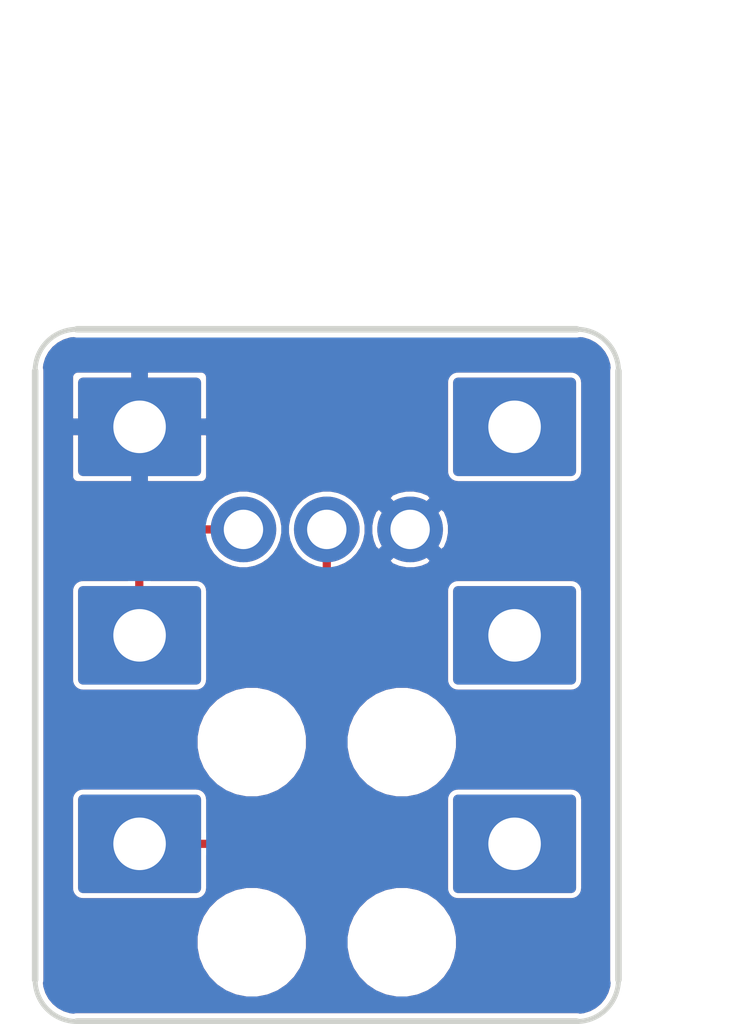
<source format=kicad_pcb>
(kicad_pcb (version 20171130) (host pcbnew "(5.0.2)-1")

  (general
    (thickness 1.6)
    (drawings 15)
    (tracks 6)
    (zones 0)
    (modules 6)
    (nets 4)
  )

  (page A4)
  (layers
    (0 F.Cu signal)
    (31 B.Cu signal)
    (32 B.Adhes user)
    (33 F.Adhes user)
    (34 B.Paste user)
    (35 F.Paste user)
    (36 B.SilkS user)
    (37 F.SilkS user)
    (38 B.Mask user)
    (39 F.Mask user)
    (40 Dwgs.User user)
    (41 Cmts.User user)
    (42 Eco1.User user)
    (43 Eco2.User user)
    (44 Edge.Cuts user)
    (45 Margin user)
    (46 B.CrtYd user)
    (47 F.CrtYd user)
    (48 B.Fab user)
    (49 F.Fab user)
  )

  (setup
    (last_trace_width 0.25)
    (trace_clearance 0.1524)
    (zone_clearance 0.1524)
    (zone_45_only no)
    (trace_min 0.2)
    (segment_width 0.2)
    (edge_width 0.15)
    (via_size 0.8)
    (via_drill 0.4)
    (via_min_size 0.4)
    (via_min_drill 0.3)
    (uvia_size 0.3)
    (uvia_drill 0.1)
    (uvias_allowed no)
    (uvia_min_size 0.2)
    (uvia_min_drill 0.1)
    (pcb_text_width 0.3)
    (pcb_text_size 1.5 1.5)
    (mod_edge_width 0.15)
    (mod_text_size 1 1)
    (mod_text_width 0.15)
    (pad_size 2 2)
    (pad_drill 1.2)
    (pad_to_mask_clearance 0.051)
    (solder_mask_min_width 0.25)
    (aux_axis_origin 0 0)
    (visible_elements 7FFFFFFF)
    (pcbplotparams
      (layerselection 0x010fc_ffffffff)
      (usegerberextensions false)
      (usegerberattributes false)
      (usegerberadvancedattributes false)
      (creategerberjobfile false)
      (excludeedgelayer true)
      (linewidth 0.050000)
      (plotframeref false)
      (viasonmask false)
      (mode 1)
      (useauxorigin false)
      (hpglpennumber 1)
      (hpglpenspeed 20)
      (hpglpendiameter 15.000000)
      (psnegative false)
      (psa4output false)
      (plotreference true)
      (plotvalue true)
      (plotinvisibletext false)
      (padsonsilk false)
      (subtractmaskfromsilk false)
      (outputformat 1)
      (mirror false)
      (drillshape 1)
      (scaleselection 1)
      (outputdirectory ""))
  )

  (net 0 "")
  (net 1 /T)
  (net 2 /R)
  (net 3 /S)

  (net_class Default "This is the default net class."
    (clearance 0.1524)
    (trace_width 0.25)
    (via_dia 0.8)
    (via_drill 0.4)
    (uvia_dia 0.3)
    (uvia_drill 0.1)
    (add_net /R)
    (add_net /S)
    (add_net /T)
  )

  (module SA_Connectors_Wire:NPTH_1x_3.0mm (layer F.Cu) (tedit 5C596E6A) (tstamp 5C5B54CA)
    (at 171.196 99.314)
    (fp_text reference REF** (at 0 0.5) (layer F.SilkS) hide
      (effects (font (size 0.5 0.5) (thickness 0.05)))
    )
    (fp_text value NPTH_1x_3.0mm (at 0 -0.5) (layer F.Fab) hide
      (effects (font (size 0.5 0.5) (thickness 0.05)))
    )
    (pad "" np_thru_hole circle (at 0 0) (size 3 3) (drill 3) (layers *.Cu *.Mask))
  )

  (module SA_Connectors_Wire:NPTH_1x_3.0mm (layer F.Cu) (tedit 5C596E64) (tstamp 5C5B5461)
    (at 166.624 99.314)
    (fp_text reference REF** (at 0 0.5) (layer F.SilkS) hide
      (effects (font (size 0.5 0.5) (thickness 0.05)))
    )
    (fp_text value NPTH_1x_3.0mm (at 0 -0.5) (layer F.Fab) hide
      (effects (font (size 0.5 0.5) (thickness 0.05)))
    )
    (pad "" np_thru_hole circle (at 0 0) (size 3 3) (drill 3) (layers *.Cu *.Mask))
  )

  (module SA_Connectors_Wire:NPTH_1x_3.0mm (layer F.Cu) (tedit 5C596E57) (tstamp 5C5B4F51)
    (at 171.196 93.218)
    (fp_text reference REF** (at 0 0.5) (layer F.SilkS) hide
      (effects (font (size 0.5 0.5) (thickness 0.05)))
    )
    (fp_text value NPTH_1x_3.0mm (at 0 -0.5) (layer F.Fab) hide
      (effects (font (size 0.5 0.5) (thickness 0.05)))
    )
    (pad "" np_thru_hole circle (at 0 0) (size 3 3) (drill 3) (layers *.Cu *.Mask))
  )

  (module SA_Connectors_Wire:NPTH_1x_3.0mm (layer F.Cu) (tedit 5C596E5D) (tstamp 5C5B5A0D)
    (at 166.624 93.218)
    (fp_text reference REF** (at 0 0.5) (layer F.SilkS) hide
      (effects (font (size 0.5 0.5) (thickness 0.05)))
    )
    (fp_text value NPTH_1x_3.0mm (at 0 -0.5) (layer F.Fab) hide
      (effects (font (size 0.5 0.5) (thickness 0.05)))
    )
    (pad "" np_thru_hole circle (at 0 0) (size 3 3) (drill 3) (layers *.Cu *.Mask))
  )

  (module SA_Connectors_Wire:Wire_Pad_3x_1.2mm_Hole_2.0_Annular_2.54mm_Pitch (layer F.Cu) (tedit 5C597F6D) (tstamp 5C5D47C8)
    (at 168.91 86.741)
    (path /5C596B3A)
    (fp_text reference J2 (at 0 1.27) (layer F.SilkS) hide
      (effects (font (size 0.5 0.5) (thickness 0.05)))
    )
    (fp_text value Wire_Pad_3x (at 0 -1.27) (layer F.Fab) hide
      (effects (font (size 0.5 0.5) (thickness 0.05)))
    )
    (pad 1 thru_hole circle (at -2.54 0) (size 2 2) (drill 1.2) (layers *.Cu *.Mask)
      (net 2 /R))
    (pad 2 thru_hole circle (at 0 0) (size 2 2) (drill 1.2) (layers *.Cu *.Mask)
      (net 1 /T))
    (pad 3 thru_hole circle (at 2.54 0) (size 2 2) (drill 1.2) (layers *.Cu *.Mask)
      (net 3 /S))
  )

  (module SA_Jacks_Audio:Neutrik_NRJ6HM-1_NoChassis (layer F.Cu) (tedit 5C597F3F) (tstamp 5C610EE2)
    (at 170.434 78.867)
    (fp_text reference J1 (at 0 1) (layer F.SilkS) hide
      (effects (font (size 1 1) (thickness 0.15)))
    )
    (fp_text value Neutrik_NRJ6HM-1_NoChassis (at -0.05 2.35) (layer F.Fab)
      (effects (font (size 1 1) (thickness 0.15)))
    )
    (fp_text user "SN only connected to chassis if plug is removed" (at -3.47 6.75) (layer F.Fab)
      (effects (font (size 0.3 0.3) (thickness 0.03)))
    )
    (fp_text user "S always connected to chassis" (at -5.51 7.48) (layer F.Fab)
      (effects (font (size 0.3 0.3) (thickness 0.03)))
    )
    (fp_text user "ensures chassis ground connection if plug is inserted" (at -2.74 9.19) (layer F.Fab)
      (effects (font (size 0.3 0.3) (thickness 0.03)))
    )
    (fp_text user "Trace between S and SN" (at -6.25 8.8) (layer F.Fab)
      (effects (font (size 0.3 0.3) (thickness 0.03)))
    )
    (fp_line (start 0 21.85) (end 0 -8.2) (layer F.Fab) (width 0.1))
    (fp_line (start -5 -0.25) (end 5 0) (layer F.Fab) (width 0.1))
    (fp_line (start -5 -0.5) (end 5 -0.25) (layer F.Fab) (width 0.1))
    (fp_line (start -5 -0.75) (end 5 -0.5) (layer F.Fab) (width 0.1))
    (fp_line (start -5 -1) (end 5 -0.75) (layer F.Fab) (width 0.1))
    (fp_line (start -5 -1.25) (end 5 -1) (layer F.Fab) (width 0.1))
    (fp_line (start -5 -1.5) (end 5 -1.25) (layer F.Fab) (width 0.1))
    (fp_line (start -5 -1.75) (end 5 -1.5) (layer F.Fab) (width 0.1))
    (fp_line (start -5 -2) (end 5 -1.75) (layer F.Fab) (width 0.1))
    (fp_line (start -5 -2.25) (end 5 -2) (layer F.Fab) (width 0.1))
    (fp_line (start -5 -2.5) (end 5 -2.25) (layer F.Fab) (width 0.1))
    (fp_line (start -5 -2.75) (end 5 -2.5) (layer F.Fab) (width 0.1))
    (fp_line (start -5 -3) (end 5 -2.75) (layer F.Fab) (width 0.1))
    (fp_line (start -5 -3.25) (end 5 -3) (layer F.Fab) (width 0.1))
    (fp_line (start -5 -3.5) (end 5 -3.25) (layer F.Fab) (width 0.1))
    (fp_line (start -5 -3.75) (end 5 -3.5) (layer F.Fab) (width 0.1))
    (fp_line (start -5 -4) (end 5 -3.75) (layer F.Fab) (width 0.1))
    (fp_line (start -5 -4.25) (end 5 -4) (layer F.Fab) (width 0.1))
    (fp_line (start -5 -4.5) (end 5 -4.25) (layer F.Fab) (width 0.1))
    (fp_line (start -5 -4.75) (end 5 -4.5) (layer F.Fab) (width 0.1))
    (fp_line (start -5 -5) (end 5 -4.75) (layer F.Fab) (width 0.1))
    (fp_line (start -5 -5.25) (end 5 -5) (layer F.Fab) (width 0.1))
    (fp_line (start 5 -5.25) (end 5 -5) (layer F.Fab) (width 0.1))
    (fp_line (start -5 -5.5) (end 5 -5.25) (layer F.Fab) (width 0.1))
    (fp_line (start -5 -5.75) (end -5 -5.5) (layer F.Fab) (width 0.1))
    (fp_line (start 5 -5.5) (end -5 -5.75) (layer F.Fab) (width 0.1))
    (fp_line (start 5 -5.75) (end 5 -5.5) (layer F.Fab) (width 0.1))
    (fp_line (start -5 -6) (end 5 -5.75) (layer F.Fab) (width 0.1))
    (fp_line (start -5 -6.25) (end -5 -6) (layer F.Fab) (width 0.1))
    (fp_line (start 5 -6) (end -5 -6.25) (layer F.Fab) (width 0.1))
    (fp_line (start 5 -6.25) (end 5 -6) (layer F.Fab) (width 0.1))
    (fp_line (start -5 -6.5) (end 5 -6.25) (layer F.Fab) (width 0.1))
    (fp_line (start -5 -6.75) (end -5 -6.5) (layer F.Fab) (width 0.1))
    (fp_line (start 5 -6.5) (end -5 -6.75) (layer F.Fab) (width 0.1))
    (fp_line (start 5 -6.75) (end 5 -6.5) (layer F.Fab) (width 0.1))
    (fp_line (start -5 -7) (end 5 -6.75) (layer F.Fab) (width 0.1))
    (fp_line (start -5 -7.25) (end -5 -7) (layer F.Fab) (width 0.1))
    (fp_line (start 5 -7) (end -5 -7.25) (layer F.Fab) (width 0.1))
    (fp_line (start 5 -7.25) (end 5 -7) (layer F.Fab) (width 0.1))
    (fp_line (start -5 -7.5) (end 5 -7.25) (layer F.Fab) (width 0.1))
    (fp_line (start -5 -7.75) (end -5 -7.5) (layer F.Fab) (width 0.1))
    (fp_line (start 5 -7.5) (end -5 -7.75) (layer F.Fab) (width 0.1))
    (fp_line (start 5 -7.75) (end 5 -7.5) (layer F.Fab) (width 0.1))
    (fp_line (start -5 -8) (end 5 -7.75) (layer F.Fab) (width 0.1))
    (fp_line (start 5.5 0) (end 6.5 -1) (layer F.Fab) (width 0.1))
    (fp_line (start 4.75 0) (end 5.75 -1) (layer F.Fab) (width 0.1))
    (fp_line (start 4 0) (end 5 -1) (layer F.Fab) (width 0.1))
    (fp_line (start 4.25 -1) (end 3.25 0) (layer F.Fab) (width 0.1))
    (fp_line (start 2.5 0) (end 3.5 -1) (layer F.Fab) (width 0.1))
    (fp_line (start 2.75 -1) (end 1.75 0) (layer F.Fab) (width 0.1))
    (fp_line (start 1 0) (end 2 -1) (layer F.Fab) (width 0.1))
    (fp_line (start 1.25 -1) (end 0.25 0) (layer F.Fab) (width 0.1))
    (fp_line (start -0.5 0) (end 0.5 -1) (layer F.Fab) (width 0.1))
    (fp_line (start -0.25 -1) (end -1.25 0) (layer F.Fab) (width 0.1))
    (fp_line (start -2 0) (end -1 -1) (layer F.Fab) (width 0.1))
    (fp_line (start -8.5 -1) (end -9.25 -0.25) (layer F.Fab) (width 0.1))
    (fp_line (start -7.75 -1) (end -8.75 0) (layer F.Fab) (width 0.1))
    (fp_line (start -8 0) (end -7 -1) (layer F.Fab) (width 0.1))
    (fp_line (start -6.25 -1) (end -7.25 0) (layer F.Fab) (width 0.1))
    (fp_line (start -5.5 -1) (end -6.5 0) (layer F.Fab) (width 0.1))
    (fp_line (start -4.75 -1) (end -5.75 0) (layer F.Fab) (width 0.1))
    (fp_line (start -2.75 0) (end -1.75 -1) (layer F.Fab) (width 0.1))
    (fp_line (start -3.5 0) (end -2.5 -1) (layer F.Fab) (width 0.1))
    (fp_line (start -4.25 0) (end -3.25 -1) (layer F.Fab) (width 0.1))
    (fp_line (start -5 0) (end -4 -1) (layer F.Fab) (width 0.1))
    (fp_text user "PANEL CUTOUT" (at 0 -0.5) (layer F.Fab)
      (effects (font (size 0.5 0.5) (thickness 0.05)))
    )
    (fp_poly (pts (xy -9.32 0) (xy -9.32 -1) (xy 6.43 -1) (xy 6.43 0)) (layer B.CrtYd) (width 0.01))
    (fp_line (start 6.43 -1) (end 6.43 0) (layer F.Fab) (width 0.1))
    (fp_line (start -9.32 -1) (end 6.43 -1) (layer F.Fab) (width 0.1))
    (fp_line (start -9.32 0) (end -9.32 -1) (layer F.Fab) (width 0.1))
    (fp_line (start 5 -8.2) (end 5 0) (layer F.Fab) (width 0.1))
    (fp_line (start -5 -8.2) (end 5 -8.2) (layer F.Fab) (width 0.1))
    (fp_line (start -5 0) (end -5 -8.2) (layer F.Fab) (width 0.1))
    (fp_line (start -9.32 21.85) (end -9.32 0) (layer F.Fab) (width 0.1))
    (fp_line (start 6.43 21.85) (end -9.32 21.85) (layer F.Fab) (width 0.1))
    (fp_line (start 6.43 0) (end 6.43 21.85) (layer F.Fab) (width 0.1))
    (fp_line (start 0 0) (end -9.32 0) (layer F.Fab) (width 0.1))
    (fp_line (start 0 0) (end 6.43 0) (layer F.Fab) (width 0.1))
    (pad S thru_hole roundrect (at -7.23 4.75) (size 3.75 3) (drill 1.6) (layers *.Cu *.Mask) (roundrect_rratio 0.05)
      (net 3 /S))
    (pad R thru_hole roundrect (at -7.23 11.1) (size 3.75 3) (drill 1.6) (layers *.Cu *.Mask) (roundrect_rratio 0.05)
      (net 2 /R))
    (pad T thru_hole roundrect (at -7.23 17.45) (size 3.75 3) (drill 1.6) (layers *.Cu *.Mask) (roundrect_rratio 0.05)
      (net 1 /T))
    (pad TN thru_hole roundrect (at 4.2 17.45) (size 3.75 3) (drill 1.6) (layers *.Cu *.Mask) (roundrect_rratio 0.05))
    (pad RN thru_hole roundrect (at 4.2 11.1) (size 3.75 3) (drill 1.6) (layers *.Cu *.Mask) (roundrect_rratio 0.05))
    (pad SN thru_hole roundrect (at 4.2 4.75) (size 3.75 3) (drill 1.6) (layers *.Cu *.Mask) (roundrect_rratio 0.05))
    (model ${SA_LIB_3DSHAPES}/Neutrik_NRJ6HM-1/nrj6hm-1-1.stp
      (at (xyz 0 0 0))
      (scale (xyz 1 1 1))
      (rotate (xyz 90 180 0))
    )
  )

  (gr_line (start 171.577 89.408) (end 171.323 89.408) (layer B.Mask) (width 0.2))
  (gr_line (start 170.942 88.9) (end 171.958 88.9) (layer B.Mask) (width 0.2))
  (gr_line (start 172.339 88.392) (end 170.561 88.392) (layer B.Mask) (width 0.2))
  (gr_text "Neutrik\nNRJ6HM-1" (at 168.91 83.82) (layer F.Mask) (tstamp 5C61117D)
    (effects (font (size 0.6 0.6) (thickness 0.127)))
  )
  (gr_text S (at 171.45 84.455) (layer B.Mask) (tstamp 5C610F70)
    (effects (font (size 0.6 0.6) (thickness 0.127)) (justify mirror))
  )
  (gr_text T (at 168.91 84.455) (layer B.Mask) (tstamp 5C610F6E)
    (effects (font (size 0.6 0.6) (thickness 0.127)) (justify mirror))
  )
  (gr_text R (at 166.37 84.455) (layer B.Mask)
    (effects (font (size 0.6 0.6) (thickness 0.127)) (justify mirror))
  )
  (gr_arc (start 176.53 100.457) (end 176.53 101.727) (angle -90) (layer Edge.Cuts) (width 0.15) (tstamp 5C5B5AE1))
  (gr_arc (start 161.29 100.457) (end 160.02 100.457) (angle -90) (layer Edge.Cuts) (width 0.15) (tstamp 5C5B5ADD))
  (gr_arc (start 176.53 81.915) (end 177.8 81.915) (angle -90) (layer Edge.Cuts) (width 0.15) (tstamp 5C5B5AD8))
  (gr_arc (start 161.29 81.915) (end 161.29 80.645) (angle -90) (layer Edge.Cuts) (width 0.15))
  (gr_line (start 176.53 80.645) (end 161.29 80.645) (layer Edge.Cuts) (width 0.2))
  (gr_line (start 177.8 100.457) (end 177.8 81.915) (layer Edge.Cuts) (width 0.2))
  (gr_line (start 161.29 101.727) (end 176.53 101.727) (layer Edge.Cuts) (width 0.2))
  (gr_line (start 160.02 81.915) (end 160.02 100.457) (layer Edge.Cuts) (width 0.2))

  (segment (start 167.843 96.317) (end 163.195 96.317) (width 0.25) (layer F.Cu) (net 1))
  (segment (start 168.91 86.741) (end 168.91 95.25) (width 0.25) (layer F.Cu) (net 1))
  (segment (start 168.91 95.25) (end 167.843 96.317) (width 0.25) (layer F.Cu) (net 1))
  (segment (start 163.195 87.884) (end 163.195 89.967) (width 0.25) (layer F.Cu) (net 2))
  (segment (start 166.37 86.741) (end 164.338 86.741) (width 0.25) (layer F.Cu) (net 2))
  (segment (start 164.338 86.741) (end 163.195 87.884) (width 0.25) (layer F.Cu) (net 2))

  (zone (net 3) (net_name /S) (layer F.Cu) (tstamp 0) (hatch edge 0.508)
    (connect_pads (clearance 0.1524))
    (min_thickness 0.1524)
    (fill yes (arc_segments 32) (thermal_gap 0.1524) (thermal_bridge_width 0.508))
    (polygon
      (pts
        (xy 160.02 80.645) (xy 177.8 80.645) (xy 177.8 101.727) (xy 160.02 101.727)
      )
    )
    (filled_polygon
      (pts
        (xy 161.225583 80.968845) (xy 161.273865 80.9736) (xy 176.546135 80.9736) (xy 176.594417 80.968845) (xy 176.62549 80.959419)
        (xy 176.717425 80.968433) (xy 176.897712 81.022866) (xy 177.063992 81.111278) (xy 177.209934 81.230305) (xy 177.329974 81.375409)
        (xy 177.419547 81.541072) (xy 177.475236 81.72097) (xy 177.48559 81.819485) (xy 177.476156 81.850583) (xy 177.471401 81.898865)
        (xy 177.4714 100.473134) (xy 177.476155 100.521416) (xy 177.485581 100.55249) (xy 177.476567 100.644425) (xy 177.422134 100.824712)
        (xy 177.333722 100.990992) (xy 177.214695 101.136934) (xy 177.069591 101.256975) (xy 176.903929 101.346547) (xy 176.72403 101.402236)
        (xy 176.625517 101.412589) (xy 176.594417 101.403155) (xy 176.546135 101.3984) (xy 161.273865 101.3984) (xy 161.225583 101.403155)
        (xy 161.19451 101.412581) (xy 161.102575 101.403567) (xy 160.922288 101.349134) (xy 160.756008 101.260722) (xy 160.610066 101.141695)
        (xy 160.490025 100.996591) (xy 160.400453 100.830929) (xy 160.344764 100.65103) (xy 160.334411 100.552517) (xy 160.343845 100.521417)
        (xy 160.3486 100.473135) (xy 160.3486 99.143748) (xy 164.8954 99.143748) (xy 164.8954 99.484252) (xy 164.961829 99.818214)
        (xy 165.092135 100.132799) (xy 165.281309 100.415918) (xy 165.522082 100.656691) (xy 165.805201 100.845865) (xy 166.119786 100.976171)
        (xy 166.453748 101.0426) (xy 166.794252 101.0426) (xy 167.128214 100.976171) (xy 167.442799 100.845865) (xy 167.725918 100.656691)
        (xy 167.966691 100.415918) (xy 168.155865 100.132799) (xy 168.286171 99.818214) (xy 168.3526 99.484252) (xy 168.3526 99.143748)
        (xy 169.4674 99.143748) (xy 169.4674 99.484252) (xy 169.533829 99.818214) (xy 169.664135 100.132799) (xy 169.853309 100.415918)
        (xy 170.094082 100.656691) (xy 170.377201 100.845865) (xy 170.691786 100.976171) (xy 171.025748 101.0426) (xy 171.366252 101.0426)
        (xy 171.700214 100.976171) (xy 172.014799 100.845865) (xy 172.297918 100.656691) (xy 172.538691 100.415918) (xy 172.727865 100.132799)
        (xy 172.858171 99.818214) (xy 172.9246 99.484252) (xy 172.9246 99.143748) (xy 172.858171 98.809786) (xy 172.727865 98.495201)
        (xy 172.538691 98.212082) (xy 172.297918 97.971309) (xy 172.014799 97.782135) (xy 171.700214 97.651829) (xy 171.366252 97.5854)
        (xy 171.025748 97.5854) (xy 170.691786 97.651829) (xy 170.377201 97.782135) (xy 170.094082 97.971309) (xy 169.853309 98.212082)
        (xy 169.664135 98.495201) (xy 169.533829 98.809786) (xy 169.4674 99.143748) (xy 168.3526 99.143748) (xy 168.286171 98.809786)
        (xy 168.155865 98.495201) (xy 167.966691 98.212082) (xy 167.725918 97.971309) (xy 167.442799 97.782135) (xy 167.128214 97.651829)
        (xy 166.794252 97.5854) (xy 166.453748 97.5854) (xy 166.119786 97.651829) (xy 165.805201 97.782135) (xy 165.522082 97.971309)
        (xy 165.281309 98.212082) (xy 165.092135 98.495201) (xy 164.961829 98.809786) (xy 164.8954 99.143748) (xy 160.3486 99.143748)
        (xy 160.3486 94.967) (xy 161.099294 94.967) (xy 161.099294 97.667) (xy 161.10659 97.741077) (xy 161.128197 97.812307)
        (xy 161.163286 97.877953) (xy 161.210507 97.935493) (xy 161.268047 97.982714) (xy 161.333693 98.017803) (xy 161.404923 98.03941)
        (xy 161.479 98.046706) (xy 164.929 98.046706) (xy 165.003077 98.03941) (xy 165.074307 98.017803) (xy 165.139953 97.982714)
        (xy 165.197493 97.935493) (xy 165.244714 97.877953) (xy 165.279803 97.812307) (xy 165.30141 97.741077) (xy 165.308706 97.667)
        (xy 165.308706 96.6706) (xy 167.825648 96.6706) (xy 167.843 96.672309) (xy 167.860352 96.6706) (xy 167.860362 96.6706)
        (xy 167.912318 96.665483) (xy 167.978971 96.645264) (xy 168.0404 96.612429) (xy 168.094242 96.568242) (xy 168.105313 96.554752)
        (xy 169.147758 95.512308) (xy 169.161242 95.501242) (xy 169.172309 95.487757) (xy 169.20543 95.4474) (xy 169.238263 95.385972)
        (xy 169.238264 95.385971) (xy 169.258483 95.319318) (xy 169.2636 95.267362) (xy 169.2636 95.267352) (xy 169.265309 95.25)
        (xy 169.2636 95.232648) (xy 169.2636 94.967) (xy 172.529294 94.967) (xy 172.529294 97.667) (xy 172.53659 97.741077)
        (xy 172.558197 97.812307) (xy 172.593286 97.877953) (xy 172.640507 97.935493) (xy 172.698047 97.982714) (xy 172.763693 98.017803)
        (xy 172.834923 98.03941) (xy 172.909 98.046706) (xy 176.359 98.046706) (xy 176.433077 98.03941) (xy 176.504307 98.017803)
        (xy 176.569953 97.982714) (xy 176.627493 97.935493) (xy 176.674714 97.877953) (xy 176.709803 97.812307) (xy 176.73141 97.741077)
        (xy 176.738706 97.667) (xy 176.738706 94.967) (xy 176.73141 94.892923) (xy 176.709803 94.821693) (xy 176.674714 94.756047)
        (xy 176.627493 94.698507) (xy 176.569953 94.651286) (xy 176.504307 94.616197) (xy 176.433077 94.59459) (xy 176.359 94.587294)
        (xy 172.909 94.587294) (xy 172.834923 94.59459) (xy 172.763693 94.616197) (xy 172.698047 94.651286) (xy 172.640507 94.698507)
        (xy 172.593286 94.756047) (xy 172.558197 94.821693) (xy 172.53659 94.892923) (xy 172.529294 94.967) (xy 169.2636 94.967)
        (xy 169.2636 93.047748) (xy 169.4674 93.047748) (xy 169.4674 93.388252) (xy 169.533829 93.722214) (xy 169.664135 94.036799)
        (xy 169.853309 94.319918) (xy 170.094082 94.560691) (xy 170.377201 94.749865) (xy 170.691786 94.880171) (xy 171.025748 94.9466)
        (xy 171.366252 94.9466) (xy 171.700214 94.880171) (xy 172.014799 94.749865) (xy 172.297918 94.560691) (xy 172.538691 94.319918)
        (xy 172.727865 94.036799) (xy 172.858171 93.722214) (xy 172.9246 93.388252) (xy 172.9246 93.047748) (xy 172.858171 92.713786)
        (xy 172.727865 92.399201) (xy 172.538691 92.116082) (xy 172.297918 91.875309) (xy 172.014799 91.686135) (xy 171.700214 91.555829)
        (xy 171.366252 91.4894) (xy 171.025748 91.4894) (xy 170.691786 91.555829) (xy 170.377201 91.686135) (xy 170.094082 91.875309)
        (xy 169.853309 92.116082) (xy 169.664135 92.399201) (xy 169.533829 92.713786) (xy 169.4674 93.047748) (xy 169.2636 93.047748)
        (xy 169.2636 88.617) (xy 172.529294 88.617) (xy 172.529294 91.317) (xy 172.53659 91.391077) (xy 172.558197 91.462307)
        (xy 172.593286 91.527953) (xy 172.640507 91.585493) (xy 172.698047 91.632714) (xy 172.763693 91.667803) (xy 172.834923 91.68941)
        (xy 172.909 91.696706) (xy 176.359 91.696706) (xy 176.433077 91.68941) (xy 176.504307 91.667803) (xy 176.569953 91.632714)
        (xy 176.627493 91.585493) (xy 176.674714 91.527953) (xy 176.709803 91.462307) (xy 176.73141 91.391077) (xy 176.738706 91.317)
        (xy 176.738706 88.617) (xy 176.73141 88.542923) (xy 176.709803 88.471693) (xy 176.674714 88.406047) (xy 176.627493 88.348507)
        (xy 176.569953 88.301286) (xy 176.504307 88.266197) (xy 176.433077 88.24459) (xy 176.359 88.237294) (xy 172.909 88.237294)
        (xy 172.834923 88.24459) (xy 172.763693 88.266197) (xy 172.698047 88.301286) (xy 172.640507 88.348507) (xy 172.593286 88.406047)
        (xy 172.558197 88.471693) (xy 172.53659 88.542923) (xy 172.529294 88.617) (xy 169.2636 88.617) (xy 169.2636 87.923335)
        (xy 169.268369 87.922386) (xy 169.49196 87.829771) (xy 169.693187 87.695316) (xy 169.698783 87.68972) (xy 170.752727 87.68972)
        (xy 170.875761 87.833863) (xy 171.100003 87.924893) (xy 171.337694 87.970426) (xy 171.5797 87.968713) (xy 171.816723 87.919819)
        (xy 172.024239 87.833863) (xy 172.147273 87.68972) (xy 171.45 86.992447) (xy 170.752727 87.68972) (xy 169.698783 87.68972)
        (xy 169.864316 87.524187) (xy 169.998771 87.32296) (xy 170.091386 87.099369) (xy 170.1386 86.862007) (xy 170.1386 86.628694)
        (xy 170.220574 86.628694) (xy 170.222287 86.8707) (xy 170.271181 87.107723) (xy 170.357137 87.315239) (xy 170.50128 87.438273)
        (xy 171.198553 86.741) (xy 171.701447 86.741) (xy 172.39872 87.438273) (xy 172.542863 87.315239) (xy 172.633893 87.090997)
        (xy 172.679426 86.853306) (xy 172.677713 86.6113) (xy 172.628819 86.374277) (xy 172.542863 86.166761) (xy 172.39872 86.043727)
        (xy 171.701447 86.741) (xy 171.198553 86.741) (xy 170.50128 86.043727) (xy 170.357137 86.166761) (xy 170.266107 86.391003)
        (xy 170.220574 86.628694) (xy 170.1386 86.628694) (xy 170.1386 86.619993) (xy 170.091386 86.382631) (xy 169.998771 86.15904)
        (xy 169.864316 85.957813) (xy 169.698783 85.79228) (xy 170.752727 85.79228) (xy 171.45 86.489553) (xy 172.147273 85.79228)
        (xy 172.024239 85.648137) (xy 171.799997 85.557107) (xy 171.562306 85.511574) (xy 171.3203 85.513287) (xy 171.083277 85.562181)
        (xy 170.875761 85.648137) (xy 170.752727 85.79228) (xy 169.698783 85.79228) (xy 169.693187 85.786684) (xy 169.49196 85.652229)
        (xy 169.268369 85.559614) (xy 169.031007 85.5124) (xy 168.788993 85.5124) (xy 168.551631 85.559614) (xy 168.32804 85.652229)
        (xy 168.126813 85.786684) (xy 167.955684 85.957813) (xy 167.821229 86.15904) (xy 167.728614 86.382631) (xy 167.6814 86.619993)
        (xy 167.6814 86.862007) (xy 167.728614 87.099369) (xy 167.821229 87.32296) (xy 167.955684 87.524187) (xy 168.126813 87.695316)
        (xy 168.32804 87.829771) (xy 168.551631 87.922386) (xy 168.5564 87.923335) (xy 168.556401 95.103533) (xy 167.696535 95.9634)
        (xy 165.308706 95.9634) (xy 165.308706 94.967) (xy 165.30141 94.892923) (xy 165.279803 94.821693) (xy 165.244714 94.756047)
        (xy 165.197493 94.698507) (xy 165.139953 94.651286) (xy 165.074307 94.616197) (xy 165.003077 94.59459) (xy 164.929 94.587294)
        (xy 161.479 94.587294) (xy 161.404923 94.59459) (xy 161.333693 94.616197) (xy 161.268047 94.651286) (xy 161.210507 94.698507)
        (xy 161.163286 94.756047) (xy 161.128197 94.821693) (xy 161.10659 94.892923) (xy 161.099294 94.967) (xy 160.3486 94.967)
        (xy 160.3486 93.047748) (xy 164.8954 93.047748) (xy 164.8954 93.388252) (xy 164.961829 93.722214) (xy 165.092135 94.036799)
        (xy 165.281309 94.319918) (xy 165.522082 94.560691) (xy 165.805201 94.749865) (xy 166.119786 94.880171) (xy 166.453748 94.9466)
        (xy 166.794252 94.9466) (xy 167.128214 94.880171) (xy 167.442799 94.749865) (xy 167.725918 94.560691) (xy 167.966691 94.319918)
        (xy 168.155865 94.036799) (xy 168.286171 93.722214) (xy 168.3526 93.388252) (xy 168.3526 93.047748) (xy 168.286171 92.713786)
        (xy 168.155865 92.399201) (xy 167.966691 92.116082) (xy 167.725918 91.875309) (xy 167.442799 91.686135) (xy 167.128214 91.555829)
        (xy 166.794252 91.4894) (xy 166.453748 91.4894) (xy 166.119786 91.555829) (xy 165.805201 91.686135) (xy 165.522082 91.875309)
        (xy 165.281309 92.116082) (xy 165.092135 92.399201) (xy 164.961829 92.713786) (xy 164.8954 93.047748) (xy 160.3486 93.047748)
        (xy 160.3486 88.617) (xy 161.099294 88.617) (xy 161.099294 91.317) (xy 161.10659 91.391077) (xy 161.128197 91.462307)
        (xy 161.163286 91.527953) (xy 161.210507 91.585493) (xy 161.268047 91.632714) (xy 161.333693 91.667803) (xy 161.404923 91.68941)
        (xy 161.479 91.696706) (xy 164.929 91.696706) (xy 165.003077 91.68941) (xy 165.074307 91.667803) (xy 165.139953 91.632714)
        (xy 165.197493 91.585493) (xy 165.244714 91.527953) (xy 165.279803 91.462307) (xy 165.30141 91.391077) (xy 165.308706 91.317)
        (xy 165.308706 88.617) (xy 165.30141 88.542923) (xy 165.279803 88.471693) (xy 165.244714 88.406047) (xy 165.197493 88.348507)
        (xy 165.139953 88.301286) (xy 165.074307 88.266197) (xy 165.003077 88.24459) (xy 164.929 88.237294) (xy 163.5486 88.237294)
        (xy 163.5486 88.030465) (xy 164.484466 87.0946) (xy 165.187665 87.0946) (xy 165.188614 87.099369) (xy 165.281229 87.32296)
        (xy 165.415684 87.524187) (xy 165.586813 87.695316) (xy 165.78804 87.829771) (xy 166.011631 87.922386) (xy 166.248993 87.9696)
        (xy 166.491007 87.9696) (xy 166.728369 87.922386) (xy 166.95196 87.829771) (xy 167.153187 87.695316) (xy 167.324316 87.524187)
        (xy 167.458771 87.32296) (xy 167.551386 87.099369) (xy 167.5986 86.862007) (xy 167.5986 86.619993) (xy 167.551386 86.382631)
        (xy 167.458771 86.15904) (xy 167.324316 85.957813) (xy 167.153187 85.786684) (xy 166.95196 85.652229) (xy 166.728369 85.559614)
        (xy 166.491007 85.5124) (xy 166.248993 85.5124) (xy 166.011631 85.559614) (xy 165.78804 85.652229) (xy 165.586813 85.786684)
        (xy 165.415684 85.957813) (xy 165.281229 86.15904) (xy 165.188614 86.382631) (xy 165.187665 86.3874) (xy 164.355351 86.3874)
        (xy 164.337999 86.385691) (xy 164.320647 86.3874) (xy 164.320638 86.3874) (xy 164.268682 86.392517) (xy 164.202029 86.412736)
        (xy 164.1406 86.445571) (xy 164.086758 86.489758) (xy 164.075692 86.503242) (xy 162.957243 87.621691) (xy 162.943758 87.632759)
        (xy 162.899571 87.686601) (xy 162.866736 87.74803) (xy 162.846517 87.814683) (xy 162.8414 87.866639) (xy 162.8414 87.866648)
        (xy 162.839691 87.884) (xy 162.8414 87.901352) (xy 162.8414 88.237294) (xy 161.479 88.237294) (xy 161.404923 88.24459)
        (xy 161.333693 88.266197) (xy 161.268047 88.301286) (xy 161.210507 88.348507) (xy 161.163286 88.406047) (xy 161.128197 88.471693)
        (xy 161.10659 88.542923) (xy 161.099294 88.617) (xy 160.3486 88.617) (xy 160.3486 83.85195) (xy 161.1004 83.85195)
        (xy 161.1004 85.139515) (xy 161.109185 85.18368) (xy 161.126417 85.225283) (xy 161.151435 85.262724) (xy 161.183276 85.294565)
        (xy 161.220717 85.319583) (xy 161.26232 85.336815) (xy 161.306485 85.3456) (xy 162.96905 85.3456) (xy 163.0262 85.28845)
        (xy 163.0262 83.7948) (xy 163.3818 83.7948) (xy 163.3818 85.28845) (xy 163.43895 85.3456) (xy 165.101515 85.3456)
        (xy 165.14568 85.336815) (xy 165.187283 85.319583) (xy 165.224724 85.294565) (xy 165.256565 85.262724) (xy 165.281583 85.225283)
        (xy 165.298815 85.18368) (xy 165.3076 85.139515) (xy 165.3076 83.85195) (xy 165.25045 83.7948) (xy 163.3818 83.7948)
        (xy 163.0262 83.7948) (xy 161.15755 83.7948) (xy 161.1004 83.85195) (xy 160.3486 83.85195) (xy 160.3486 82.094485)
        (xy 161.1004 82.094485) (xy 161.1004 83.38205) (xy 161.15755 83.4392) (xy 163.0262 83.4392) (xy 163.0262 81.94555)
        (xy 163.3818 81.94555) (xy 163.3818 83.4392) (xy 165.25045 83.4392) (xy 165.3076 83.38205) (xy 165.3076 82.267)
        (xy 172.529294 82.267) (xy 172.529294 84.967) (xy 172.53659 85.041077) (xy 172.558197 85.112307) (xy 172.593286 85.177953)
        (xy 172.640507 85.235493) (xy 172.698047 85.282714) (xy 172.763693 85.317803) (xy 172.834923 85.33941) (xy 172.909 85.346706)
        (xy 176.359 85.346706) (xy 176.433077 85.33941) (xy 176.504307 85.317803) (xy 176.569953 85.282714) (xy 176.627493 85.235493)
        (xy 176.674714 85.177953) (xy 176.709803 85.112307) (xy 176.73141 85.041077) (xy 176.738706 84.967) (xy 176.738706 82.267)
        (xy 176.73141 82.192923) (xy 176.709803 82.121693) (xy 176.674714 82.056047) (xy 176.627493 81.998507) (xy 176.569953 81.951286)
        (xy 176.504307 81.916197) (xy 176.433077 81.89459) (xy 176.359 81.887294) (xy 172.909 81.887294) (xy 172.834923 81.89459)
        (xy 172.763693 81.916197) (xy 172.698047 81.951286) (xy 172.640507 81.998507) (xy 172.593286 82.056047) (xy 172.558197 82.121693)
        (xy 172.53659 82.192923) (xy 172.529294 82.267) (xy 165.3076 82.267) (xy 165.3076 82.094485) (xy 165.298815 82.05032)
        (xy 165.281583 82.008717) (xy 165.256565 81.971276) (xy 165.224724 81.939435) (xy 165.187283 81.914417) (xy 165.14568 81.897185)
        (xy 165.101515 81.8884) (xy 163.43895 81.8884) (xy 163.3818 81.94555) (xy 163.0262 81.94555) (xy 162.96905 81.8884)
        (xy 161.306485 81.8884) (xy 161.26232 81.897185) (xy 161.220717 81.914417) (xy 161.183276 81.939435) (xy 161.151435 81.971276)
        (xy 161.126417 82.008717) (xy 161.109185 82.05032) (xy 161.1004 82.094485) (xy 160.3486 82.094485) (xy 160.3486 81.898865)
        (xy 160.343845 81.850583) (xy 160.334419 81.81951) (xy 160.343433 81.727575) (xy 160.397866 81.547288) (xy 160.486278 81.381008)
        (xy 160.605305 81.235066) (xy 160.750409 81.115026) (xy 160.916072 81.025453) (xy 161.09597 80.969764) (xy 161.194483 80.959411)
      )
    )
  )
  (zone (net 3) (net_name /S) (layer B.Cu) (tstamp 5C5B6301) (hatch edge 0.508)
    (connect_pads (clearance 0.1524))
    (min_thickness 0.1524)
    (fill yes (arc_segments 32) (thermal_gap 0.1524) (thermal_bridge_width 0.508))
    (polygon
      (pts
        (xy 160.02 80.645) (xy 177.8 80.645) (xy 177.8 101.727) (xy 160.02 101.727)
      )
    )
    (filled_polygon
      (pts
        (xy 161.225583 80.968845) (xy 161.273865 80.9736) (xy 176.546135 80.9736) (xy 176.594417 80.968845) (xy 176.62549 80.959419)
        (xy 176.717425 80.968433) (xy 176.897712 81.022866) (xy 177.063992 81.111278) (xy 177.209934 81.230305) (xy 177.329974 81.375409)
        (xy 177.419547 81.541072) (xy 177.475236 81.72097) (xy 177.48559 81.819485) (xy 177.476156 81.850583) (xy 177.471401 81.898865)
        (xy 177.4714 100.473134) (xy 177.476155 100.521416) (xy 177.485581 100.55249) (xy 177.476567 100.644425) (xy 177.422134 100.824712)
        (xy 177.333722 100.990992) (xy 177.214695 101.136934) (xy 177.069591 101.256975) (xy 176.903929 101.346547) (xy 176.72403 101.402236)
        (xy 176.625517 101.412589) (xy 176.594417 101.403155) (xy 176.546135 101.3984) (xy 161.273865 101.3984) (xy 161.225583 101.403155)
        (xy 161.19451 101.412581) (xy 161.102575 101.403567) (xy 160.922288 101.349134) (xy 160.756008 101.260722) (xy 160.610066 101.141695)
        (xy 160.490025 100.996591) (xy 160.400453 100.830929) (xy 160.344764 100.65103) (xy 160.334411 100.552517) (xy 160.343845 100.521417)
        (xy 160.3486 100.473135) (xy 160.3486 99.143748) (xy 164.8954 99.143748) (xy 164.8954 99.484252) (xy 164.961829 99.818214)
        (xy 165.092135 100.132799) (xy 165.281309 100.415918) (xy 165.522082 100.656691) (xy 165.805201 100.845865) (xy 166.119786 100.976171)
        (xy 166.453748 101.0426) (xy 166.794252 101.0426) (xy 167.128214 100.976171) (xy 167.442799 100.845865) (xy 167.725918 100.656691)
        (xy 167.966691 100.415918) (xy 168.155865 100.132799) (xy 168.286171 99.818214) (xy 168.3526 99.484252) (xy 168.3526 99.143748)
        (xy 169.4674 99.143748) (xy 169.4674 99.484252) (xy 169.533829 99.818214) (xy 169.664135 100.132799) (xy 169.853309 100.415918)
        (xy 170.094082 100.656691) (xy 170.377201 100.845865) (xy 170.691786 100.976171) (xy 171.025748 101.0426) (xy 171.366252 101.0426)
        (xy 171.700214 100.976171) (xy 172.014799 100.845865) (xy 172.297918 100.656691) (xy 172.538691 100.415918) (xy 172.727865 100.132799)
        (xy 172.858171 99.818214) (xy 172.9246 99.484252) (xy 172.9246 99.143748) (xy 172.858171 98.809786) (xy 172.727865 98.495201)
        (xy 172.538691 98.212082) (xy 172.297918 97.971309) (xy 172.014799 97.782135) (xy 171.700214 97.651829) (xy 171.366252 97.5854)
        (xy 171.025748 97.5854) (xy 170.691786 97.651829) (xy 170.377201 97.782135) (xy 170.094082 97.971309) (xy 169.853309 98.212082)
        (xy 169.664135 98.495201) (xy 169.533829 98.809786) (xy 169.4674 99.143748) (xy 168.3526 99.143748) (xy 168.286171 98.809786)
        (xy 168.155865 98.495201) (xy 167.966691 98.212082) (xy 167.725918 97.971309) (xy 167.442799 97.782135) (xy 167.128214 97.651829)
        (xy 166.794252 97.5854) (xy 166.453748 97.5854) (xy 166.119786 97.651829) (xy 165.805201 97.782135) (xy 165.522082 97.971309)
        (xy 165.281309 98.212082) (xy 165.092135 98.495201) (xy 164.961829 98.809786) (xy 164.8954 99.143748) (xy 160.3486 99.143748)
        (xy 160.3486 94.967) (xy 161.099294 94.967) (xy 161.099294 97.667) (xy 161.10659 97.741077) (xy 161.128197 97.812307)
        (xy 161.163286 97.877953) (xy 161.210507 97.935493) (xy 161.268047 97.982714) (xy 161.333693 98.017803) (xy 161.404923 98.03941)
        (xy 161.479 98.046706) (xy 164.929 98.046706) (xy 165.003077 98.03941) (xy 165.074307 98.017803) (xy 165.139953 97.982714)
        (xy 165.197493 97.935493) (xy 165.244714 97.877953) (xy 165.279803 97.812307) (xy 165.30141 97.741077) (xy 165.308706 97.667)
        (xy 165.308706 94.967) (xy 172.529294 94.967) (xy 172.529294 97.667) (xy 172.53659 97.741077) (xy 172.558197 97.812307)
        (xy 172.593286 97.877953) (xy 172.640507 97.935493) (xy 172.698047 97.982714) (xy 172.763693 98.017803) (xy 172.834923 98.03941)
        (xy 172.909 98.046706) (xy 176.359 98.046706) (xy 176.433077 98.03941) (xy 176.504307 98.017803) (xy 176.569953 97.982714)
        (xy 176.627493 97.935493) (xy 176.674714 97.877953) (xy 176.709803 97.812307) (xy 176.73141 97.741077) (xy 176.738706 97.667)
        (xy 176.738706 94.967) (xy 176.73141 94.892923) (xy 176.709803 94.821693) (xy 176.674714 94.756047) (xy 176.627493 94.698507)
        (xy 176.569953 94.651286) (xy 176.504307 94.616197) (xy 176.433077 94.59459) (xy 176.359 94.587294) (xy 172.909 94.587294)
        (xy 172.834923 94.59459) (xy 172.763693 94.616197) (xy 172.698047 94.651286) (xy 172.640507 94.698507) (xy 172.593286 94.756047)
        (xy 172.558197 94.821693) (xy 172.53659 94.892923) (xy 172.529294 94.967) (xy 165.308706 94.967) (xy 165.30141 94.892923)
        (xy 165.279803 94.821693) (xy 165.244714 94.756047) (xy 165.197493 94.698507) (xy 165.139953 94.651286) (xy 165.074307 94.616197)
        (xy 165.003077 94.59459) (xy 164.929 94.587294) (xy 161.479 94.587294) (xy 161.404923 94.59459) (xy 161.333693 94.616197)
        (xy 161.268047 94.651286) (xy 161.210507 94.698507) (xy 161.163286 94.756047) (xy 161.128197 94.821693) (xy 161.10659 94.892923)
        (xy 161.099294 94.967) (xy 160.3486 94.967) (xy 160.3486 93.047748) (xy 164.8954 93.047748) (xy 164.8954 93.388252)
        (xy 164.961829 93.722214) (xy 165.092135 94.036799) (xy 165.281309 94.319918) (xy 165.522082 94.560691) (xy 165.805201 94.749865)
        (xy 166.119786 94.880171) (xy 166.453748 94.9466) (xy 166.794252 94.9466) (xy 167.128214 94.880171) (xy 167.442799 94.749865)
        (xy 167.725918 94.560691) (xy 167.966691 94.319918) (xy 168.155865 94.036799) (xy 168.286171 93.722214) (xy 168.3526 93.388252)
        (xy 168.3526 93.047748) (xy 169.4674 93.047748) (xy 169.4674 93.388252) (xy 169.533829 93.722214) (xy 169.664135 94.036799)
        (xy 169.853309 94.319918) (xy 170.094082 94.560691) (xy 170.377201 94.749865) (xy 170.691786 94.880171) (xy 171.025748 94.9466)
        (xy 171.366252 94.9466) (xy 171.700214 94.880171) (xy 172.014799 94.749865) (xy 172.297918 94.560691) (xy 172.538691 94.319918)
        (xy 172.727865 94.036799) (xy 172.858171 93.722214) (xy 172.9246 93.388252) (xy 172.9246 93.047748) (xy 172.858171 92.713786)
        (xy 172.727865 92.399201) (xy 172.538691 92.116082) (xy 172.297918 91.875309) (xy 172.014799 91.686135) (xy 171.700214 91.555829)
        (xy 171.366252 91.4894) (xy 171.025748 91.4894) (xy 170.691786 91.555829) (xy 170.377201 91.686135) (xy 170.094082 91.875309)
        (xy 169.853309 92.116082) (xy 169.664135 92.399201) (xy 169.533829 92.713786) (xy 169.4674 93.047748) (xy 168.3526 93.047748)
        (xy 168.286171 92.713786) (xy 168.155865 92.399201) (xy 167.966691 92.116082) (xy 167.725918 91.875309) (xy 167.442799 91.686135)
        (xy 167.128214 91.555829) (xy 166.794252 91.4894) (xy 166.453748 91.4894) (xy 166.119786 91.555829) (xy 165.805201 91.686135)
        (xy 165.522082 91.875309) (xy 165.281309 92.116082) (xy 165.092135 92.399201) (xy 164.961829 92.713786) (xy 164.8954 93.047748)
        (xy 160.3486 93.047748) (xy 160.3486 88.617) (xy 161.099294 88.617) (xy 161.099294 91.317) (xy 161.10659 91.391077)
        (xy 161.128197 91.462307) (xy 161.163286 91.527953) (xy 161.210507 91.585493) (xy 161.268047 91.632714) (xy 161.333693 91.667803)
        (xy 161.404923 91.68941) (xy 161.479 91.696706) (xy 164.929 91.696706) (xy 165.003077 91.68941) (xy 165.074307 91.667803)
        (xy 165.139953 91.632714) (xy 165.197493 91.585493) (xy 165.244714 91.527953) (xy 165.279803 91.462307) (xy 165.30141 91.391077)
        (xy 165.308706 91.317) (xy 165.308706 88.617) (xy 172.529294 88.617) (xy 172.529294 91.317) (xy 172.53659 91.391077)
        (xy 172.558197 91.462307) (xy 172.593286 91.527953) (xy 172.640507 91.585493) (xy 172.698047 91.632714) (xy 172.763693 91.667803)
        (xy 172.834923 91.68941) (xy 172.909 91.696706) (xy 176.359 91.696706) (xy 176.433077 91.68941) (xy 176.504307 91.667803)
        (xy 176.569953 91.632714) (xy 176.627493 91.585493) (xy 176.674714 91.527953) (xy 176.709803 91.462307) (xy 176.73141 91.391077)
        (xy 176.738706 91.317) (xy 176.738706 88.617) (xy 176.73141 88.542923) (xy 176.709803 88.471693) (xy 176.674714 88.406047)
        (xy 176.627493 88.348507) (xy 176.569953 88.301286) (xy 176.504307 88.266197) (xy 176.433077 88.24459) (xy 176.359 88.237294)
        (xy 172.909 88.237294) (xy 172.834923 88.24459) (xy 172.763693 88.266197) (xy 172.698047 88.301286) (xy 172.640507 88.348507)
        (xy 172.593286 88.406047) (xy 172.558197 88.471693) (xy 172.53659 88.542923) (xy 172.529294 88.617) (xy 165.308706 88.617)
        (xy 165.30141 88.542923) (xy 165.279803 88.471693) (xy 165.244714 88.406047) (xy 165.197493 88.348507) (xy 165.139953 88.301286)
        (xy 165.074307 88.266197) (xy 165.003077 88.24459) (xy 164.929 88.237294) (xy 161.479 88.237294) (xy 161.404923 88.24459)
        (xy 161.333693 88.266197) (xy 161.268047 88.301286) (xy 161.210507 88.348507) (xy 161.163286 88.406047) (xy 161.128197 88.471693)
        (xy 161.10659 88.542923) (xy 161.099294 88.617) (xy 160.3486 88.617) (xy 160.3486 86.619993) (xy 165.1414 86.619993)
        (xy 165.1414 86.862007) (xy 165.188614 87.099369) (xy 165.281229 87.32296) (xy 165.415684 87.524187) (xy 165.586813 87.695316)
        (xy 165.78804 87.829771) (xy 166.011631 87.922386) (xy 166.248993 87.9696) (xy 166.491007 87.9696) (xy 166.728369 87.922386)
        (xy 166.95196 87.829771) (xy 167.153187 87.695316) (xy 167.324316 87.524187) (xy 167.458771 87.32296) (xy 167.551386 87.099369)
        (xy 167.5986 86.862007) (xy 167.5986 86.619993) (xy 167.6814 86.619993) (xy 167.6814 86.862007) (xy 167.728614 87.099369)
        (xy 167.821229 87.32296) (xy 167.955684 87.524187) (xy 168.126813 87.695316) (xy 168.32804 87.829771) (xy 168.551631 87.922386)
        (xy 168.788993 87.9696) (xy 169.031007 87.9696) (xy 169.268369 87.922386) (xy 169.49196 87.829771) (xy 169.693187 87.695316)
        (xy 169.698783 87.68972) (xy 170.752727 87.68972) (xy 170.875761 87.833863) (xy 171.100003 87.924893) (xy 171.337694 87.970426)
        (xy 171.5797 87.968713) (xy 171.816723 87.919819) (xy 172.024239 87.833863) (xy 172.147273 87.68972) (xy 171.45 86.992447)
        (xy 170.752727 87.68972) (xy 169.698783 87.68972) (xy 169.864316 87.524187) (xy 169.998771 87.32296) (xy 170.091386 87.099369)
        (xy 170.1386 86.862007) (xy 170.1386 86.628694) (xy 170.220574 86.628694) (xy 170.222287 86.8707) (xy 170.271181 87.107723)
        (xy 170.357137 87.315239) (xy 170.50128 87.438273) (xy 171.198553 86.741) (xy 171.701447 86.741) (xy 172.39872 87.438273)
        (xy 172.542863 87.315239) (xy 172.633893 87.090997) (xy 172.679426 86.853306) (xy 172.677713 86.6113) (xy 172.628819 86.374277)
        (xy 172.542863 86.166761) (xy 172.39872 86.043727) (xy 171.701447 86.741) (xy 171.198553 86.741) (xy 170.50128 86.043727)
        (xy 170.357137 86.166761) (xy 170.266107 86.391003) (xy 170.220574 86.628694) (xy 170.1386 86.628694) (xy 170.1386 86.619993)
        (xy 170.091386 86.382631) (xy 169.998771 86.15904) (xy 169.864316 85.957813) (xy 169.698783 85.79228) (xy 170.752727 85.79228)
        (xy 171.45 86.489553) (xy 172.147273 85.79228) (xy 172.024239 85.648137) (xy 171.799997 85.557107) (xy 171.562306 85.511574)
        (xy 171.3203 85.513287) (xy 171.083277 85.562181) (xy 170.875761 85.648137) (xy 170.752727 85.79228) (xy 169.698783 85.79228)
        (xy 169.693187 85.786684) (xy 169.49196 85.652229) (xy 169.268369 85.559614) (xy 169.031007 85.5124) (xy 168.788993 85.5124)
        (xy 168.551631 85.559614) (xy 168.32804 85.652229) (xy 168.126813 85.786684) (xy 167.955684 85.957813) (xy 167.821229 86.15904)
        (xy 167.728614 86.382631) (xy 167.6814 86.619993) (xy 167.5986 86.619993) (xy 167.551386 86.382631) (xy 167.458771 86.15904)
        (xy 167.324316 85.957813) (xy 167.153187 85.786684) (xy 166.95196 85.652229) (xy 166.728369 85.559614) (xy 166.491007 85.5124)
        (xy 166.248993 85.5124) (xy 166.011631 85.559614) (xy 165.78804 85.652229) (xy 165.586813 85.786684) (xy 165.415684 85.957813)
        (xy 165.281229 86.15904) (xy 165.188614 86.382631) (xy 165.1414 86.619993) (xy 160.3486 86.619993) (xy 160.3486 83.85195)
        (xy 161.1004 83.85195) (xy 161.1004 85.139515) (xy 161.109185 85.18368) (xy 161.126417 85.225283) (xy 161.151435 85.262724)
        (xy 161.183276 85.294565) (xy 161.220717 85.319583) (xy 161.26232 85.336815) (xy 161.306485 85.3456) (xy 162.96905 85.3456)
        (xy 163.0262 85.28845) (xy 163.0262 83.7948) (xy 163.3818 83.7948) (xy 163.3818 85.28845) (xy 163.43895 85.3456)
        (xy 165.101515 85.3456) (xy 165.14568 85.336815) (xy 165.187283 85.319583) (xy 165.224724 85.294565) (xy 165.256565 85.262724)
        (xy 165.281583 85.225283) (xy 165.298815 85.18368) (xy 165.3076 85.139515) (xy 165.3076 83.85195) (xy 165.25045 83.7948)
        (xy 163.3818 83.7948) (xy 163.0262 83.7948) (xy 161.15755 83.7948) (xy 161.1004 83.85195) (xy 160.3486 83.85195)
        (xy 160.3486 82.094485) (xy 161.1004 82.094485) (xy 161.1004 83.38205) (xy 161.15755 83.4392) (xy 163.0262 83.4392)
        (xy 163.0262 81.94555) (xy 163.3818 81.94555) (xy 163.3818 83.4392) (xy 165.25045 83.4392) (xy 165.3076 83.38205)
        (xy 165.3076 82.267) (xy 172.529294 82.267) (xy 172.529294 84.967) (xy 172.53659 85.041077) (xy 172.558197 85.112307)
        (xy 172.593286 85.177953) (xy 172.640507 85.235493) (xy 172.698047 85.282714) (xy 172.763693 85.317803) (xy 172.834923 85.33941)
        (xy 172.909 85.346706) (xy 176.359 85.346706) (xy 176.433077 85.33941) (xy 176.504307 85.317803) (xy 176.569953 85.282714)
        (xy 176.627493 85.235493) (xy 176.674714 85.177953) (xy 176.709803 85.112307) (xy 176.73141 85.041077) (xy 176.738706 84.967)
        (xy 176.738706 82.267) (xy 176.73141 82.192923) (xy 176.709803 82.121693) (xy 176.674714 82.056047) (xy 176.627493 81.998507)
        (xy 176.569953 81.951286) (xy 176.504307 81.916197) (xy 176.433077 81.89459) (xy 176.359 81.887294) (xy 172.909 81.887294)
        (xy 172.834923 81.89459) (xy 172.763693 81.916197) (xy 172.698047 81.951286) (xy 172.640507 81.998507) (xy 172.593286 82.056047)
        (xy 172.558197 82.121693) (xy 172.53659 82.192923) (xy 172.529294 82.267) (xy 165.3076 82.267) (xy 165.3076 82.094485)
        (xy 165.298815 82.05032) (xy 165.281583 82.008717) (xy 165.256565 81.971276) (xy 165.224724 81.939435) (xy 165.187283 81.914417)
        (xy 165.14568 81.897185) (xy 165.101515 81.8884) (xy 163.43895 81.8884) (xy 163.3818 81.94555) (xy 163.0262 81.94555)
        (xy 162.96905 81.8884) (xy 161.306485 81.8884) (xy 161.26232 81.897185) (xy 161.220717 81.914417) (xy 161.183276 81.939435)
        (xy 161.151435 81.971276) (xy 161.126417 82.008717) (xy 161.109185 82.05032) (xy 161.1004 82.094485) (xy 160.3486 82.094485)
        (xy 160.3486 81.898865) (xy 160.343845 81.850583) (xy 160.334419 81.81951) (xy 160.343433 81.727575) (xy 160.397866 81.547288)
        (xy 160.486278 81.381008) (xy 160.605305 81.235066) (xy 160.750409 81.115026) (xy 160.916072 81.025453) (xy 161.09597 80.969764)
        (xy 161.194483 80.959411)
      )
    )
  )
)

</source>
